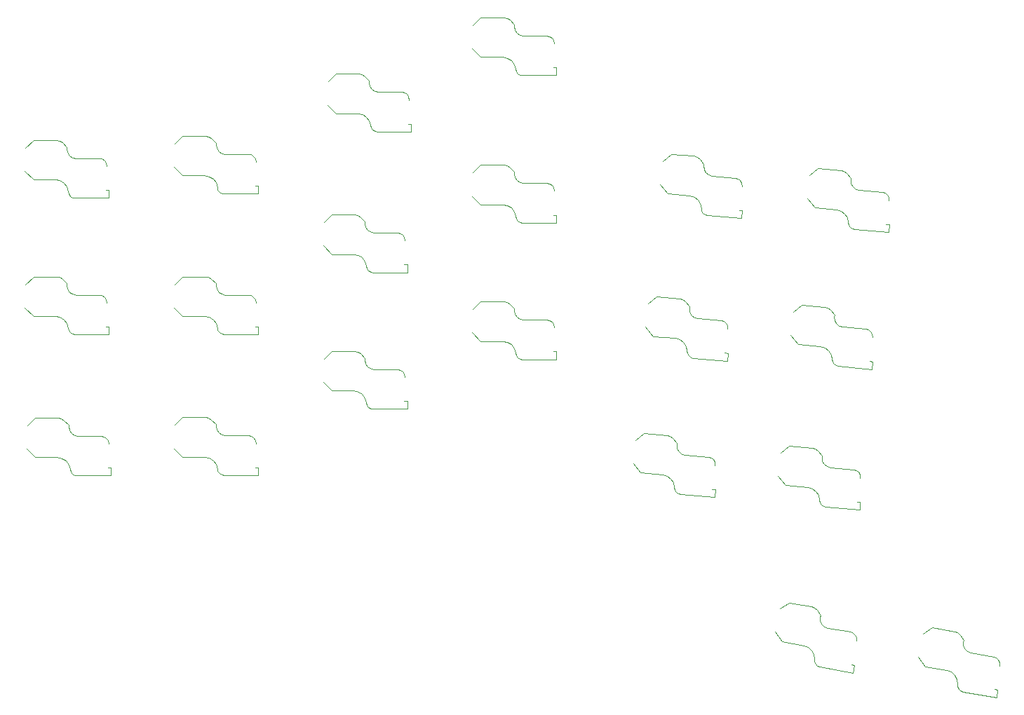
<source format=gbr>
%TF.GenerationSoftware,KiCad,Pcbnew,9.0.6-1.fc43*%
%TF.CreationDate,2026-01-15T13:12:57-05:00*%
%TF.ProjectId,Left,4c656674-2e6b-4696-9361-645f70636258,rev?*%
%TF.SameCoordinates,Original*%
%TF.FileFunction,Legend,Bot*%
%TF.FilePolarity,Positive*%
%FSLAX46Y46*%
G04 Gerber Fmt 4.6, Leading zero omitted, Abs format (unit mm)*
G04 Created by KiCad (PCBNEW 9.0.6-1.fc43) date 2026-01-15 13:12:57*
%MOMM*%
%LPD*%
G01*
G04 APERTURE LIST*
%ADD10C,0.120000*%
G04 APERTURE END LIST*
D10*
%TO.C,S12*%
X244759860Y-87929268D02*
X245774959Y-87077499D01*
X245357309Y-91851264D02*
X244429180Y-90745163D01*
X245774959Y-87077499D02*
X248511506Y-87316916D01*
X247994236Y-92081965D02*
X245357309Y-91851264D01*
X248511506Y-87316916D02*
X248906000Y-87431735D01*
X248544946Y-92235547D02*
X247994236Y-92081965D01*
X248906000Y-87431735D02*
X249226740Y-87689671D01*
X248996064Y-92575157D02*
X248544946Y-92235547D01*
X249226740Y-87689671D02*
X249711257Y-88267098D01*
X249293296Y-93055892D02*
X248996064Y-92575157D01*
X249398077Y-93625190D02*
X249293296Y-93055892D01*
X249453793Y-93929203D02*
X249398077Y-93625190D01*
X249623572Y-94203042D02*
X249453793Y-93929203D01*
X249691909Y-88488252D02*
X249740404Y-88932168D01*
X249711257Y-88267098D02*
X249691909Y-88488252D01*
X249740404Y-88932168D02*
X249951489Y-89319037D01*
X249881713Y-94396276D02*
X249623572Y-94203042D01*
X249951489Y-89319037D02*
X250295826Y-89594095D01*
X250185391Y-94482070D02*
X249881713Y-94396276D01*
X250295826Y-89594095D02*
X250724577Y-89718938D01*
X250724577Y-89718938D02*
X253513922Y-89962974D01*
X253513922Y-89962974D02*
X253834013Y-90056225D01*
X253834013Y-90056225D02*
X254099463Y-90269172D01*
X253976325Y-93868135D02*
X254337943Y-93899773D01*
X254099463Y-90269172D02*
X254263079Y-90567568D01*
X254255843Y-94838188D02*
X250185391Y-94482070D01*
X254263079Y-90567568D02*
X254310540Y-91000351D01*
X254337943Y-93899773D02*
X254255843Y-94838188D01*
%TO.C,S20*%
X260407264Y-126784025D02*
X261492737Y-126023969D01*
X260660615Y-130743168D02*
X259832421Y-129560384D01*
X261492737Y-126023969D02*
X264198004Y-126500980D01*
X263267401Y-131202814D02*
X260660615Y-130743168D01*
X263802630Y-131403809D02*
X263267401Y-131202814D01*
X264198004Y-126500980D02*
X264580990Y-126649745D01*
X264222432Y-131781444D02*
X263802630Y-131403809D01*
X264476633Y-132286255D02*
X264222432Y-131781444D01*
X264531399Y-132862520D02*
X264476633Y-132286255D01*
X264560406Y-133170232D02*
X264531399Y-132862520D01*
X264580990Y-126649745D02*
X264878028Y-126934654D01*
X264705673Y-133457826D02*
X264560406Y-133170232D01*
X264878028Y-126934654D02*
X265310376Y-127552111D01*
X264945990Y-133672823D02*
X264705673Y-133457826D01*
X265241035Y-133784758D02*
X264945990Y-133672823D01*
X265271827Y-127770738D02*
X265281447Y-128217191D01*
X265281447Y-128217191D02*
X265458011Y-128620986D01*
X265310376Y-127552111D02*
X265271827Y-127770738D01*
X265458011Y-128620986D02*
X265777065Y-128925008D01*
X265777065Y-128925008D02*
X266193304Y-129086744D01*
X266193304Y-129086744D02*
X268950766Y-129572959D01*
X268950766Y-129572959D02*
X269261511Y-129693754D01*
X269071051Y-133503561D02*
X269428536Y-133566595D01*
X269261511Y-129693754D02*
X269507392Y-129929026D01*
X269264960Y-134494284D02*
X265241035Y-133784758D01*
X269428536Y-133566595D02*
X269264960Y-134494284D01*
X269507392Y-129929026D02*
X269644378Y-130240546D01*
X269644378Y-130240546D02*
X269653939Y-130675819D01*
%TO.C,S17*%
X225738931Y-103408625D02*
X226754030Y-102556856D01*
X226336380Y-107330621D02*
X225408251Y-106224520D01*
X226754030Y-102556856D02*
X229490577Y-102796273D01*
X228973307Y-107561322D02*
X226336380Y-107330621D01*
X229490577Y-102796273D02*
X229885071Y-102911092D01*
X229524017Y-107714904D02*
X228973307Y-107561322D01*
X229885071Y-102911092D02*
X230205811Y-103169028D01*
X229975135Y-108054514D02*
X229524017Y-107714904D01*
X230205811Y-103169028D02*
X230690328Y-103746455D01*
X230272367Y-108535249D02*
X229975135Y-108054514D01*
X230377148Y-109104547D02*
X230272367Y-108535249D01*
X230432864Y-109408560D02*
X230377148Y-109104547D01*
X230602643Y-109682399D02*
X230432864Y-109408560D01*
X230670980Y-103967609D02*
X230719475Y-104411525D01*
X230690328Y-103746455D02*
X230670980Y-103967609D01*
X230719475Y-104411525D02*
X230930560Y-104798394D01*
X230860784Y-109875633D02*
X230602643Y-109682399D01*
X230930560Y-104798394D02*
X231274897Y-105073452D01*
X231164462Y-109961427D02*
X230860784Y-109875633D01*
X231274897Y-105073452D02*
X231703648Y-105198295D01*
X231703648Y-105198295D02*
X234492993Y-105442331D01*
X234492993Y-105442331D02*
X234813084Y-105535582D01*
X234813084Y-105535582D02*
X235078534Y-105748529D01*
X234955396Y-109347492D02*
X235317014Y-109379130D01*
X235078534Y-105748529D02*
X235242150Y-106046925D01*
X235234914Y-110317545D02*
X231164462Y-109961427D01*
X235242150Y-106046925D02*
X235289611Y-106479708D01*
X235317014Y-109379130D02*
X235234914Y-110317545D01*
%TO.C,S10*%
X206084000Y-71091000D02*
X207021000Y-70154000D01*
X207021000Y-70154000D02*
X209768000Y-70154000D01*
X207021000Y-74946000D02*
X206000000Y-73925000D01*
X209668000Y-74946000D02*
X207021000Y-74946000D01*
X209768000Y-70154000D02*
X210171000Y-70234000D01*
X210171000Y-70234000D02*
X210513000Y-70463000D01*
X210230000Y-75051000D02*
X209668000Y-74946000D01*
X210513000Y-70463000D02*
X211046000Y-70996000D01*
X210709000Y-75350000D02*
X210230000Y-75051000D01*
X211046000Y-70996000D02*
X211046000Y-71218000D01*
X211046000Y-71218000D02*
X211133000Y-71656000D01*
X211047000Y-75803000D02*
X210709000Y-75350000D01*
X211133000Y-71656000D02*
X211377000Y-72023000D01*
X211201000Y-76361000D02*
X211047000Y-75803000D01*
X211283000Y-76659000D02*
X211201000Y-76361000D01*
X211377000Y-72023000D02*
X211744000Y-72267000D01*
X211476000Y-76917000D02*
X211283000Y-76659000D01*
X211744000Y-72267000D02*
X212182000Y-72354000D01*
X211750000Y-77087000D02*
X211476000Y-76917000D01*
X212060000Y-77146000D02*
X211750000Y-77087000D01*
X212182000Y-72354000D02*
X214982000Y-72354000D01*
X214982000Y-72354000D02*
X215309000Y-72419000D01*
X215309000Y-72419000D02*
X215592000Y-72608000D01*
X215592000Y-72608000D02*
X215781000Y-72891000D01*
X215781000Y-72891000D02*
X215866000Y-73318000D01*
X215783000Y-76204000D02*
X216146000Y-76204000D01*
X216146000Y-76204000D02*
X216146000Y-77146000D01*
X216146000Y-77146000D02*
X212060000Y-77146000D01*
%TO.C,S5*%
X228994970Y-69695831D02*
X230010069Y-68844062D01*
X229592419Y-73617827D02*
X228664290Y-72511726D01*
X230010069Y-68844062D02*
X232746616Y-69083479D01*
X232229346Y-73848528D02*
X229592419Y-73617827D01*
X232746616Y-69083479D02*
X233141110Y-69198298D01*
X232780056Y-74002110D02*
X232229346Y-73848528D01*
X233141110Y-69198298D02*
X233461850Y-69456234D01*
X233231174Y-74341720D02*
X232780056Y-74002110D01*
X233461850Y-69456234D02*
X233946367Y-70033661D01*
X233528406Y-74822455D02*
X233231174Y-74341720D01*
X233633187Y-75391753D02*
X233528406Y-74822455D01*
X233688903Y-75695766D02*
X233633187Y-75391753D01*
X233858682Y-75969605D02*
X233688903Y-75695766D01*
X233927019Y-70254815D02*
X233975514Y-70698731D01*
X233946367Y-70033661D02*
X233927019Y-70254815D01*
X233975514Y-70698731D02*
X234186599Y-71085600D01*
X234116823Y-76162839D02*
X233858682Y-75969605D01*
X234186599Y-71085600D02*
X234530936Y-71360658D01*
X234420501Y-76248633D02*
X234116823Y-76162839D01*
X234530936Y-71360658D02*
X234959687Y-71485501D01*
X234959687Y-71485501D02*
X237749032Y-71729537D01*
X237749032Y-71729537D02*
X238069123Y-71822788D01*
X238069123Y-71822788D02*
X238334573Y-72035735D01*
X238211435Y-75634698D02*
X238573053Y-75666336D01*
X238334573Y-72035735D02*
X238498189Y-72334131D01*
X238490953Y-76604751D02*
X234420501Y-76248633D01*
X238498189Y-72334131D02*
X238545650Y-72766914D01*
X238573053Y-75666336D02*
X238490953Y-76604751D01*
%TO.C,S1*%
X152084000Y-68091000D02*
X153021000Y-67154000D01*
X153021000Y-67154000D02*
X155768000Y-67154000D01*
X153021000Y-71946000D02*
X152000000Y-70925000D01*
X155668000Y-71946000D02*
X153021000Y-71946000D01*
X155768000Y-67154000D02*
X156171000Y-67234000D01*
X156171000Y-67234000D02*
X156513000Y-67463000D01*
X156230000Y-72051000D02*
X155668000Y-71946000D01*
X156513000Y-67463000D02*
X157046000Y-67996000D01*
X156709000Y-72350000D02*
X156230000Y-72051000D01*
X157046000Y-67996000D02*
X157046000Y-68218000D01*
X157046000Y-68218000D02*
X157133000Y-68656000D01*
X157047000Y-72803000D02*
X156709000Y-72350000D01*
X157133000Y-68656000D02*
X157377000Y-69023000D01*
X157201000Y-73361000D02*
X157047000Y-72803000D01*
X157283000Y-73659000D02*
X157201000Y-73361000D01*
X157377000Y-69023000D02*
X157744000Y-69267000D01*
X157476000Y-73917000D02*
X157283000Y-73659000D01*
X157744000Y-69267000D02*
X158182000Y-69354000D01*
X157750000Y-74087000D02*
X157476000Y-73917000D01*
X158060000Y-74146000D02*
X157750000Y-74087000D01*
X158182000Y-69354000D02*
X160982000Y-69354000D01*
X160982000Y-69354000D02*
X161309000Y-69419000D01*
X161309000Y-69419000D02*
X161592000Y-69608000D01*
X161592000Y-69608000D02*
X161781000Y-69891000D01*
X161781000Y-69891000D02*
X161866000Y-70318000D01*
X161783000Y-73204000D02*
X162146000Y-73204000D01*
X162146000Y-73204000D02*
X162146000Y-74146000D01*
X162146000Y-74146000D02*
X158060000Y-74146000D01*
%TO.C,S11*%
X227259860Y-86929268D02*
X228274959Y-86077499D01*
X227857309Y-90851264D02*
X226929180Y-89745163D01*
X228274959Y-86077499D02*
X231011506Y-86316916D01*
X230494236Y-91081965D02*
X227857309Y-90851264D01*
X231011506Y-86316916D02*
X231406000Y-86431735D01*
X231044946Y-91235547D02*
X230494236Y-91081965D01*
X231406000Y-86431735D02*
X231726740Y-86689671D01*
X231496064Y-91575157D02*
X231044946Y-91235547D01*
X231726740Y-86689671D02*
X232211257Y-87267098D01*
X231793296Y-92055892D02*
X231496064Y-91575157D01*
X231898077Y-92625190D02*
X231793296Y-92055892D01*
X231953793Y-92929203D02*
X231898077Y-92625190D01*
X232123572Y-93203042D02*
X231953793Y-92929203D01*
X232191909Y-87488252D02*
X232240404Y-87932168D01*
X232211257Y-87267098D02*
X232191909Y-87488252D01*
X232240404Y-87932168D02*
X232451489Y-88319037D01*
X232381713Y-93396276D02*
X232123572Y-93203042D01*
X232451489Y-88319037D02*
X232795826Y-88594095D01*
X232685391Y-93482070D02*
X232381713Y-93396276D01*
X232795826Y-88594095D02*
X233224577Y-88718938D01*
X233224577Y-88718938D02*
X236013922Y-88962974D01*
X236013922Y-88962974D02*
X236334013Y-89056225D01*
X236334013Y-89056225D02*
X236599463Y-89269172D01*
X236476325Y-92868135D02*
X236837943Y-92899773D01*
X236599463Y-89269172D02*
X236763079Y-89567568D01*
X236755843Y-93838188D02*
X232685391Y-93482070D01*
X236763079Y-89567568D02*
X236810540Y-90000351D01*
X236837943Y-92899773D02*
X236755843Y-93838188D01*
%TO.C,S19*%
X243129901Y-123784025D02*
X244215374Y-123023969D01*
X243383252Y-127743168D02*
X242555058Y-126560384D01*
X244215374Y-123023969D02*
X246920641Y-123500980D01*
X245990038Y-128202814D02*
X243383252Y-127743168D01*
X246525267Y-128403809D02*
X245990038Y-128202814D01*
X246920641Y-123500980D02*
X247303627Y-123649745D01*
X246945069Y-128781444D02*
X246525267Y-128403809D01*
X247199270Y-129286255D02*
X246945069Y-128781444D01*
X247254036Y-129862520D02*
X247199270Y-129286255D01*
X247283043Y-130170232D02*
X247254036Y-129862520D01*
X247303627Y-123649745D02*
X247600665Y-123934654D01*
X247428310Y-130457826D02*
X247283043Y-130170232D01*
X247600665Y-123934654D02*
X248033013Y-124552111D01*
X247668627Y-130672823D02*
X247428310Y-130457826D01*
X247963672Y-130784758D02*
X247668627Y-130672823D01*
X247994464Y-124770738D02*
X248004084Y-125217191D01*
X248004084Y-125217191D02*
X248180648Y-125620986D01*
X248033013Y-124552111D02*
X247994464Y-124770738D01*
X248180648Y-125620986D02*
X248499702Y-125925008D01*
X248499702Y-125925008D02*
X248915941Y-126086744D01*
X248915941Y-126086744D02*
X251673403Y-126572959D01*
X251673403Y-126572959D02*
X251984148Y-126693754D01*
X251793688Y-130503561D02*
X252151173Y-130566595D01*
X251984148Y-126693754D02*
X252230029Y-126929026D01*
X251987597Y-131494284D02*
X247963672Y-130784758D01*
X252151173Y-130566595D02*
X251987597Y-131494284D01*
X252230029Y-126929026D02*
X252367015Y-127240546D01*
X252367015Y-127240546D02*
X252376576Y-127675819D01*
%TO.C,S8*%
X170084000Y-84591000D02*
X171021000Y-83654000D01*
X171021000Y-83654000D02*
X173768000Y-83654000D01*
X171021000Y-88446000D02*
X170000000Y-87425000D01*
X173668000Y-88446000D02*
X171021000Y-88446000D01*
X173768000Y-83654000D02*
X174171000Y-83734000D01*
X174171000Y-83734000D02*
X174513000Y-83963000D01*
X174230000Y-88551000D02*
X173668000Y-88446000D01*
X174513000Y-83963000D02*
X175046000Y-84496000D01*
X174709000Y-88850000D02*
X174230000Y-88551000D01*
X175046000Y-84496000D02*
X175046000Y-84718000D01*
X175046000Y-84718000D02*
X175133000Y-85156000D01*
X175047000Y-89303000D02*
X174709000Y-88850000D01*
X175133000Y-85156000D02*
X175377000Y-85523000D01*
X175201000Y-89861000D02*
X175047000Y-89303000D01*
X175283000Y-90159000D02*
X175201000Y-89861000D01*
X175377000Y-85523000D02*
X175744000Y-85767000D01*
X175476000Y-90417000D02*
X175283000Y-90159000D01*
X175744000Y-85767000D02*
X176182000Y-85854000D01*
X175750000Y-90587000D02*
X175476000Y-90417000D01*
X176060000Y-90646000D02*
X175750000Y-90587000D01*
X176182000Y-85854000D02*
X178982000Y-85854000D01*
X178982000Y-85854000D02*
X179309000Y-85919000D01*
X179309000Y-85919000D02*
X179592000Y-86108000D01*
X179592000Y-86108000D02*
X179781000Y-86391000D01*
X179781000Y-86391000D02*
X179866000Y-86818000D01*
X179783000Y-89704000D02*
X180146000Y-89704000D01*
X180146000Y-89704000D02*
X180146000Y-90646000D01*
X180146000Y-90646000D02*
X176060000Y-90646000D01*
%TO.C,S4*%
X206084000Y-53291000D02*
X207021000Y-52354000D01*
X207021000Y-52354000D02*
X209768000Y-52354000D01*
X207021000Y-57146000D02*
X206000000Y-56125000D01*
X209668000Y-57146000D02*
X207021000Y-57146000D01*
X209768000Y-52354000D02*
X210171000Y-52434000D01*
X210171000Y-52434000D02*
X210513000Y-52663000D01*
X210230000Y-57251000D02*
X209668000Y-57146000D01*
X210513000Y-52663000D02*
X211046000Y-53196000D01*
X210709000Y-57550000D02*
X210230000Y-57251000D01*
X211046000Y-53196000D02*
X211046000Y-53418000D01*
X211046000Y-53418000D02*
X211133000Y-53856000D01*
X211047000Y-58003000D02*
X210709000Y-57550000D01*
X211133000Y-53856000D02*
X211377000Y-54223000D01*
X211201000Y-58561000D02*
X211047000Y-58003000D01*
X211283000Y-58859000D02*
X211201000Y-58561000D01*
X211377000Y-54223000D02*
X211744000Y-54467000D01*
X211476000Y-59117000D02*
X211283000Y-58859000D01*
X211744000Y-54467000D02*
X212182000Y-54554000D01*
X211750000Y-59287000D02*
X211476000Y-59117000D01*
X212060000Y-59346000D02*
X211750000Y-59287000D01*
X212182000Y-54554000D02*
X214982000Y-54554000D01*
X214982000Y-54554000D02*
X215309000Y-54619000D01*
X215309000Y-54619000D02*
X215592000Y-54808000D01*
X215592000Y-54808000D02*
X215781000Y-55091000D01*
X215781000Y-55091000D02*
X215866000Y-55518000D01*
X215783000Y-58404000D02*
X216146000Y-58404000D01*
X216146000Y-58404000D02*
X216146000Y-59346000D01*
X216146000Y-59346000D02*
X212060000Y-59346000D01*
%TO.C,S6*%
X246738931Y-71408625D02*
X247754030Y-70556856D01*
X247336380Y-75330621D02*
X246408251Y-74224520D01*
X247754030Y-70556856D02*
X250490577Y-70796273D01*
X249973307Y-75561322D02*
X247336380Y-75330621D01*
X250490577Y-70796273D02*
X250885071Y-70911092D01*
X250524017Y-75714904D02*
X249973307Y-75561322D01*
X250885071Y-70911092D02*
X251205811Y-71169028D01*
X250975135Y-76054514D02*
X250524017Y-75714904D01*
X251205811Y-71169028D02*
X251690328Y-71746455D01*
X251272367Y-76535249D02*
X250975135Y-76054514D01*
X251377148Y-77104547D02*
X251272367Y-76535249D01*
X251432864Y-77408560D02*
X251377148Y-77104547D01*
X251602643Y-77682399D02*
X251432864Y-77408560D01*
X251670980Y-71967609D02*
X251719475Y-72411525D01*
X251690328Y-71746455D02*
X251670980Y-71967609D01*
X251719475Y-72411525D02*
X251930560Y-72798394D01*
X251860784Y-77875633D02*
X251602643Y-77682399D01*
X251930560Y-72798394D02*
X252274897Y-73073452D01*
X252164462Y-77961427D02*
X251860784Y-77875633D01*
X252274897Y-73073452D02*
X252703648Y-73198295D01*
X252703648Y-73198295D02*
X255492993Y-73442331D01*
X255492993Y-73442331D02*
X255813084Y-73535582D01*
X255813084Y-73535582D02*
X256078534Y-73748529D01*
X255955396Y-77347492D02*
X256317014Y-77379130D01*
X256078534Y-73748529D02*
X256242150Y-74046925D01*
X256234914Y-78317545D02*
X252164462Y-77961427D01*
X256242150Y-74046925D02*
X256289611Y-74479708D01*
X256317014Y-77379130D02*
X256234914Y-78317545D01*
%TO.C,S13*%
X152309000Y-101641000D02*
X153246000Y-100704000D01*
X153246000Y-100704000D02*
X155993000Y-100704000D01*
X153246000Y-105496000D02*
X152225000Y-104475000D01*
X155893000Y-105496000D02*
X153246000Y-105496000D01*
X155993000Y-100704000D02*
X156396000Y-100784000D01*
X156396000Y-100784000D02*
X156738000Y-101013000D01*
X156455000Y-105601000D02*
X155893000Y-105496000D01*
X156738000Y-101013000D02*
X157271000Y-101546000D01*
X156934000Y-105900000D02*
X156455000Y-105601000D01*
X157271000Y-101546000D02*
X157271000Y-101768000D01*
X157271000Y-101768000D02*
X157358000Y-102206000D01*
X157272000Y-106353000D02*
X156934000Y-105900000D01*
X157358000Y-102206000D02*
X157602000Y-102573000D01*
X157426000Y-106911000D02*
X157272000Y-106353000D01*
X157508000Y-107209000D02*
X157426000Y-106911000D01*
X157602000Y-102573000D02*
X157969000Y-102817000D01*
X157701000Y-107467000D02*
X157508000Y-107209000D01*
X157969000Y-102817000D02*
X158407000Y-102904000D01*
X157975000Y-107637000D02*
X157701000Y-107467000D01*
X158285000Y-107696000D02*
X157975000Y-107637000D01*
X158407000Y-102904000D02*
X161207000Y-102904000D01*
X161207000Y-102904000D02*
X161534000Y-102969000D01*
X161534000Y-102969000D02*
X161817000Y-103158000D01*
X161817000Y-103158000D02*
X162006000Y-103441000D01*
X162006000Y-103441000D02*
X162091000Y-103868000D01*
X162008000Y-106754000D02*
X162371000Y-106754000D01*
X162371000Y-106754000D02*
X162371000Y-107696000D01*
X162371000Y-107696000D02*
X158285000Y-107696000D01*
%TO.C,S15*%
X188084000Y-93591000D02*
X189021000Y-92654000D01*
X189021000Y-92654000D02*
X191768000Y-92654000D01*
X189021000Y-97446000D02*
X188000000Y-96425000D01*
X191668000Y-97446000D02*
X189021000Y-97446000D01*
X191768000Y-92654000D02*
X192171000Y-92734000D01*
X192171000Y-92734000D02*
X192513000Y-92963000D01*
X192230000Y-97551000D02*
X191668000Y-97446000D01*
X192513000Y-92963000D02*
X193046000Y-93496000D01*
X192709000Y-97850000D02*
X192230000Y-97551000D01*
X193046000Y-93496000D02*
X193046000Y-93718000D01*
X193046000Y-93718000D02*
X193133000Y-94156000D01*
X193047000Y-98303000D02*
X192709000Y-97850000D01*
X193133000Y-94156000D02*
X193377000Y-94523000D01*
X193201000Y-98861000D02*
X193047000Y-98303000D01*
X193283000Y-99159000D02*
X193201000Y-98861000D01*
X193377000Y-94523000D02*
X193744000Y-94767000D01*
X193476000Y-99417000D02*
X193283000Y-99159000D01*
X193744000Y-94767000D02*
X194182000Y-94854000D01*
X193750000Y-99587000D02*
X193476000Y-99417000D01*
X194060000Y-99646000D02*
X193750000Y-99587000D01*
X194182000Y-94854000D02*
X196982000Y-94854000D01*
X196982000Y-94854000D02*
X197309000Y-94919000D01*
X197309000Y-94919000D02*
X197592000Y-95108000D01*
X197592000Y-95108000D02*
X197781000Y-95391000D01*
X197781000Y-95391000D02*
X197866000Y-95818000D01*
X197783000Y-98704000D02*
X198146000Y-98704000D01*
X198146000Y-98704000D02*
X198146000Y-99646000D01*
X198146000Y-99646000D02*
X194060000Y-99646000D01*
%TO.C,S3*%
X188584000Y-60091000D02*
X189521000Y-59154000D01*
X189521000Y-59154000D02*
X192268000Y-59154000D01*
X189521000Y-63946000D02*
X188500000Y-62925000D01*
X192168000Y-63946000D02*
X189521000Y-63946000D01*
X192268000Y-59154000D02*
X192671000Y-59234000D01*
X192671000Y-59234000D02*
X193013000Y-59463000D01*
X192730000Y-64051000D02*
X192168000Y-63946000D01*
X193013000Y-59463000D02*
X193546000Y-59996000D01*
X193209000Y-64350000D02*
X192730000Y-64051000D01*
X193546000Y-59996000D02*
X193546000Y-60218000D01*
X193546000Y-60218000D02*
X193633000Y-60656000D01*
X193547000Y-64803000D02*
X193209000Y-64350000D01*
X193633000Y-60656000D02*
X193877000Y-61023000D01*
X193701000Y-65361000D02*
X193547000Y-64803000D01*
X193783000Y-65659000D02*
X193701000Y-65361000D01*
X193877000Y-61023000D02*
X194244000Y-61267000D01*
X193976000Y-65917000D02*
X193783000Y-65659000D01*
X194244000Y-61267000D02*
X194682000Y-61354000D01*
X194250000Y-66087000D02*
X193976000Y-65917000D01*
X194560000Y-66146000D02*
X194250000Y-66087000D01*
X194682000Y-61354000D02*
X197482000Y-61354000D01*
X197482000Y-61354000D02*
X197809000Y-61419000D01*
X197809000Y-61419000D02*
X198092000Y-61608000D01*
X198092000Y-61608000D02*
X198281000Y-61891000D01*
X198281000Y-61891000D02*
X198366000Y-62318000D01*
X198283000Y-65204000D02*
X198646000Y-65204000D01*
X198646000Y-65204000D02*
X198646000Y-66146000D01*
X198646000Y-66146000D02*
X194560000Y-66146000D01*
%TO.C,S9*%
X188084000Y-77091000D02*
X189021000Y-76154000D01*
X189021000Y-76154000D02*
X191768000Y-76154000D01*
X189021000Y-80946000D02*
X188000000Y-79925000D01*
X191668000Y-80946000D02*
X189021000Y-80946000D01*
X191768000Y-76154000D02*
X192171000Y-76234000D01*
X192171000Y-76234000D02*
X192513000Y-76463000D01*
X192230000Y-81051000D02*
X191668000Y-80946000D01*
X192513000Y-76463000D02*
X193046000Y-76996000D01*
X192709000Y-81350000D02*
X192230000Y-81051000D01*
X193046000Y-76996000D02*
X193046000Y-77218000D01*
X193046000Y-77218000D02*
X193133000Y-77656000D01*
X193047000Y-81803000D02*
X192709000Y-81350000D01*
X193133000Y-77656000D02*
X193377000Y-78023000D01*
X193201000Y-82361000D02*
X193047000Y-81803000D01*
X193283000Y-82659000D02*
X193201000Y-82361000D01*
X193377000Y-78023000D02*
X193744000Y-78267000D01*
X193476000Y-82917000D02*
X193283000Y-82659000D01*
X193744000Y-78267000D02*
X194182000Y-78354000D01*
X193750000Y-83087000D02*
X193476000Y-82917000D01*
X194060000Y-83146000D02*
X193750000Y-83087000D01*
X194182000Y-78354000D02*
X196982000Y-78354000D01*
X196982000Y-78354000D02*
X197309000Y-78419000D01*
X197309000Y-78419000D02*
X197592000Y-78608000D01*
X197592000Y-78608000D02*
X197781000Y-78891000D01*
X197781000Y-78891000D02*
X197866000Y-79318000D01*
X197783000Y-82204000D02*
X198146000Y-82204000D01*
X198146000Y-82204000D02*
X198146000Y-83146000D01*
X198146000Y-83146000D02*
X194060000Y-83146000D01*
%TO.C,S7*%
X152084000Y-84591000D02*
X153021000Y-83654000D01*
X153021000Y-83654000D02*
X155768000Y-83654000D01*
X153021000Y-88446000D02*
X152000000Y-87425000D01*
X155668000Y-88446000D02*
X153021000Y-88446000D01*
X155768000Y-83654000D02*
X156171000Y-83734000D01*
X156171000Y-83734000D02*
X156513000Y-83963000D01*
X156230000Y-88551000D02*
X155668000Y-88446000D01*
X156513000Y-83963000D02*
X157046000Y-84496000D01*
X156709000Y-88850000D02*
X156230000Y-88551000D01*
X157046000Y-84496000D02*
X157046000Y-84718000D01*
X157046000Y-84718000D02*
X157133000Y-85156000D01*
X157047000Y-89303000D02*
X156709000Y-88850000D01*
X157133000Y-85156000D02*
X157377000Y-85523000D01*
X157201000Y-89861000D02*
X157047000Y-89303000D01*
X157283000Y-90159000D02*
X157201000Y-89861000D01*
X157377000Y-85523000D02*
X157744000Y-85767000D01*
X157476000Y-90417000D02*
X157283000Y-90159000D01*
X157744000Y-85767000D02*
X158182000Y-85854000D01*
X157750000Y-90587000D02*
X157476000Y-90417000D01*
X158060000Y-90646000D02*
X157750000Y-90587000D01*
X158182000Y-85854000D02*
X160982000Y-85854000D01*
X160982000Y-85854000D02*
X161309000Y-85919000D01*
X161309000Y-85919000D02*
X161592000Y-86108000D01*
X161592000Y-86108000D02*
X161781000Y-86391000D01*
X161781000Y-86391000D02*
X161866000Y-86818000D01*
X161783000Y-89704000D02*
X162146000Y-89704000D01*
X162146000Y-89704000D02*
X162146000Y-90646000D01*
X162146000Y-90646000D02*
X158060000Y-90646000D01*
%TO.C,S14*%
X170084000Y-101591000D02*
X171021000Y-100654000D01*
X171021000Y-100654000D02*
X173768000Y-100654000D01*
X171021000Y-105446000D02*
X170000000Y-104425000D01*
X173668000Y-105446000D02*
X171021000Y-105446000D01*
X173768000Y-100654000D02*
X174171000Y-100734000D01*
X174171000Y-100734000D02*
X174513000Y-100963000D01*
X174230000Y-105551000D02*
X173668000Y-105446000D01*
X174513000Y-100963000D02*
X175046000Y-101496000D01*
X174709000Y-105850000D02*
X174230000Y-105551000D01*
X175046000Y-101496000D02*
X175046000Y-101718000D01*
X175046000Y-101718000D02*
X175133000Y-102156000D01*
X175047000Y-106303000D02*
X174709000Y-105850000D01*
X175133000Y-102156000D02*
X175377000Y-102523000D01*
X175201000Y-106861000D02*
X175047000Y-106303000D01*
X175283000Y-107159000D02*
X175201000Y-106861000D01*
X175377000Y-102523000D02*
X175744000Y-102767000D01*
X175476000Y-107417000D02*
X175283000Y-107159000D01*
X175744000Y-102767000D02*
X176182000Y-102854000D01*
X175750000Y-107587000D02*
X175476000Y-107417000D01*
X176060000Y-107646000D02*
X175750000Y-107587000D01*
X176182000Y-102854000D02*
X178982000Y-102854000D01*
X178982000Y-102854000D02*
X179309000Y-102919000D01*
X179309000Y-102919000D02*
X179592000Y-103108000D01*
X179592000Y-103108000D02*
X179781000Y-103391000D01*
X179781000Y-103391000D02*
X179866000Y-103818000D01*
X179783000Y-106704000D02*
X180146000Y-106704000D01*
X180146000Y-106704000D02*
X180146000Y-107646000D01*
X180146000Y-107646000D02*
X176060000Y-107646000D01*
%TO.C,S2*%
X170084000Y-67591000D02*
X171021000Y-66654000D01*
X171021000Y-66654000D02*
X173768000Y-66654000D01*
X171021000Y-71446000D02*
X170000000Y-70425000D01*
X173668000Y-71446000D02*
X171021000Y-71446000D01*
X173768000Y-66654000D02*
X174171000Y-66734000D01*
X174171000Y-66734000D02*
X174513000Y-66963000D01*
X174230000Y-71551000D02*
X173668000Y-71446000D01*
X174513000Y-66963000D02*
X175046000Y-67496000D01*
X174709000Y-71850000D02*
X174230000Y-71551000D01*
X175046000Y-67496000D02*
X175046000Y-67718000D01*
X175046000Y-67718000D02*
X175133000Y-68156000D01*
X175047000Y-72303000D02*
X174709000Y-71850000D01*
X175133000Y-68156000D02*
X175377000Y-68523000D01*
X175201000Y-72861000D02*
X175047000Y-72303000D01*
X175283000Y-73159000D02*
X175201000Y-72861000D01*
X175377000Y-68523000D02*
X175744000Y-68767000D01*
X175476000Y-73417000D02*
X175283000Y-73159000D01*
X175744000Y-68767000D02*
X176182000Y-68854000D01*
X175750000Y-73587000D02*
X175476000Y-73417000D01*
X176060000Y-73646000D02*
X175750000Y-73587000D01*
X176182000Y-68854000D02*
X178982000Y-68854000D01*
X178982000Y-68854000D02*
X179309000Y-68919000D01*
X179309000Y-68919000D02*
X179592000Y-69108000D01*
X179592000Y-69108000D02*
X179781000Y-69391000D01*
X179781000Y-69391000D02*
X179866000Y-69818000D01*
X179783000Y-72704000D02*
X180146000Y-72704000D01*
X180146000Y-72704000D02*
X180146000Y-73646000D01*
X180146000Y-73646000D02*
X176060000Y-73646000D01*
%TO.C,S16*%
X206084000Y-87591000D02*
X207021000Y-86654000D01*
X207021000Y-86654000D02*
X209768000Y-86654000D01*
X207021000Y-91446000D02*
X206000000Y-90425000D01*
X209668000Y-91446000D02*
X207021000Y-91446000D01*
X209768000Y-86654000D02*
X210171000Y-86734000D01*
X210171000Y-86734000D02*
X210513000Y-86963000D01*
X210230000Y-91551000D02*
X209668000Y-91446000D01*
X210513000Y-86963000D02*
X211046000Y-87496000D01*
X210709000Y-91850000D02*
X210230000Y-91551000D01*
X211046000Y-87496000D02*
X211046000Y-87718000D01*
X211046000Y-87718000D02*
X211133000Y-88156000D01*
X211047000Y-92303000D02*
X210709000Y-91850000D01*
X211133000Y-88156000D02*
X211377000Y-88523000D01*
X211201000Y-92861000D02*
X211047000Y-92303000D01*
X211283000Y-93159000D02*
X211201000Y-92861000D01*
X211377000Y-88523000D02*
X211744000Y-88767000D01*
X211476000Y-93417000D02*
X211283000Y-93159000D01*
X211744000Y-88767000D02*
X212182000Y-88854000D01*
X211750000Y-93587000D02*
X211476000Y-93417000D01*
X212060000Y-93646000D02*
X211750000Y-93587000D01*
X212182000Y-88854000D02*
X214982000Y-88854000D01*
X214982000Y-88854000D02*
X215309000Y-88919000D01*
X215309000Y-88919000D02*
X215592000Y-89108000D01*
X215592000Y-89108000D02*
X215781000Y-89391000D01*
X215781000Y-89391000D02*
X215866000Y-89818000D01*
X215783000Y-92704000D02*
X216146000Y-92704000D01*
X216146000Y-92704000D02*
X216146000Y-93646000D01*
X216146000Y-93646000D02*
X212060000Y-93646000D01*
%TO.C,S18*%
X243259860Y-104929268D02*
X244274959Y-104077499D01*
X243857309Y-108851264D02*
X242929180Y-107745163D01*
X244274959Y-104077499D02*
X247011506Y-104316916D01*
X246494236Y-109081965D02*
X243857309Y-108851264D01*
X247011506Y-104316916D02*
X247406000Y-104431735D01*
X247044946Y-109235547D02*
X246494236Y-109081965D01*
X247406000Y-104431735D02*
X247726740Y-104689671D01*
X247496064Y-109575157D02*
X247044946Y-109235547D01*
X247726740Y-104689671D02*
X248211257Y-105267098D01*
X247793296Y-110055892D02*
X247496064Y-109575157D01*
X247898077Y-110625190D02*
X247793296Y-110055892D01*
X247953793Y-110929203D02*
X247898077Y-110625190D01*
X248123572Y-111203042D02*
X247953793Y-110929203D01*
X248191909Y-105488252D02*
X248240404Y-105932168D01*
X248211257Y-105267098D02*
X248191909Y-105488252D01*
X248240404Y-105932168D02*
X248451489Y-106319037D01*
X248381713Y-111396276D02*
X248123572Y-111203042D01*
X248451489Y-106319037D02*
X248795826Y-106594095D01*
X248685391Y-111482070D02*
X248381713Y-111396276D01*
X248795826Y-106594095D02*
X249224577Y-106718938D01*
X249224577Y-106718938D02*
X252013922Y-106962974D01*
X252013922Y-106962974D02*
X252334013Y-107056225D01*
X252334013Y-107056225D02*
X252599463Y-107269172D01*
X252476325Y-110868135D02*
X252837943Y-110899773D01*
X252599463Y-107269172D02*
X252763079Y-107567568D01*
X252755843Y-111838188D02*
X248685391Y-111482070D01*
X252763079Y-107567568D02*
X252810540Y-108000351D01*
X252837943Y-110899773D02*
X252755843Y-111838188D01*
%TD*%
M02*

</source>
